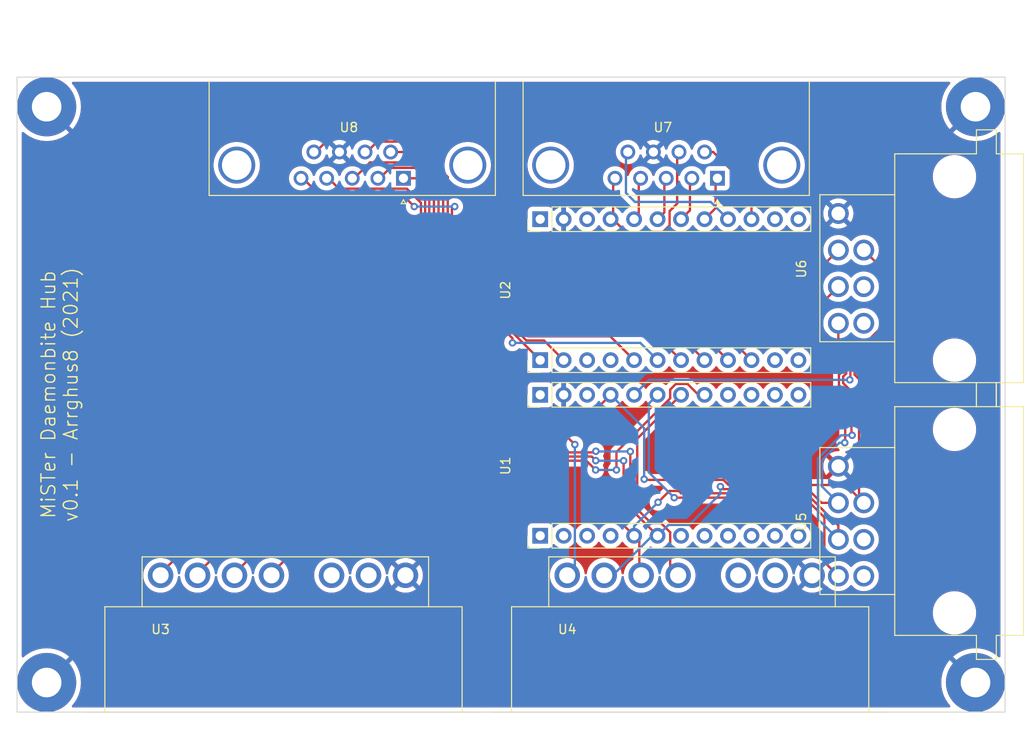
<source format=kicad_pcb>
(kicad_pcb (version 20210228) (generator pcbnew)
  (layers (0 "F.Cu" signal) (31 "B.Cu" signal) (34 "B.Paste" user) (35 "F.Paste" user) (36 "B.SilkS" user "B.Silkscreen") (37 "F.SilkS" user "F.Silkscreen") (38 "B.Mask" user) (39 "F.Mask" user) (44 "Edge.Cuts" user))
  (net 0 "")
  (net 17 "Net-(U2-Pad6)")
  (net 18 "Net-(U2-Pad5)")
  (net 25 "/SNES_D1")
  (net 26 "/SNES_D2")
  (net 27 "/NES_D1")
  (net 28 "/NES_D2")
  (net 29 "/(S)NES_VCC")
  (net 30 "/(S)NES_CLOCK")
  (net 31 "/(S)NES_LATCH")
  (net 36 "Net-(U2-Pad17)")
  (net 37 "Net-(U2-Pad20)")
  (net 38 "Net-(U2-Pad19)")
  (net 39 "Net-(U2-Pad15)")
  (net 41 "Net-(U2-Pad21)")
  (net 43 "Net-(U2-Pad18)")
  (net 44 "Net-(U2-Pad16)")
  (net 47 "Net-(U2-Pad10)")
  (net 48 "Net-(U2-Pad9)")
  (net 49 "Net-(U2-Pad8)")
  (net 50 "Net-(U2-Pad7)")
  (net 53 "Net-(U2-Pad2)")
  (net 54 "Net-(U2-Pad1)")
  (net 55 "GND")
  (footprint "daemonbite_controller_hub:SNES_port" (layer "F.Cu") (at 95.925 133.9)
    (fp_text reference "U3" (at 0 5.85) (layer "F.SilkS"))
    (fp_text value "SNES_port")
    (fp_line (start -6.025 3.4) (end -6.025 14.8) (layer "F.SilkS") (width 0.12))
    (fp_line (start -6.025 3.4) (end 32.625 3.4) (layer "F.SilkS") (width 0.12))
    (fp_line (start 29 -2) (end 29 3.4) (layer "F.SilkS") (width 0.12))
    (fp_line (start -2 3.4) (end -2 -2) (layer "F.SilkS") (width 0.12))
    (fp_line (start -8.075 14.8) (end 34.575 14.8) (layer "F.SilkS") (width 0.12))
    (fp_line (start 29 -2) (end -2 -2) (layer "F.SilkS") (width 0.12))
    (fp_line (start 32.625 14.8) (end 32.625 3.4) (layer "F.SilkS") (width 0.12))
    (pad "1" thru_hole circle (at 0 0) (size 2.75 2.75) (drill 1.75) (layers *.Cu *.Mask) (net 29 "/(S)NES_VCC"))
    (pad "2" thru_hole circle (at 4 0) (size 2.75 2.75) (drill 1.75) (layers *.Cu *.Mask) (net 30 "/(S)NES_CLOCK"))
    (pad "3" thru_hole circle (at 8 0) (size 2.75 2.75) (drill 1.75) (layers *.Cu *.Mask) (net 31 "/(S)NES_LATCH"))
    (pad "4" thru_hole circle (at 12 0) (size 2.75 2.75) (drill 1.75) (layers *.Cu *.Mask) (net 25 "/SNES_D1"))
    (pad "5" thru_hole circle (at 18.5 0) (size 2.75 2.75) (drill 1.75) (layers *.Cu *.Mask))
    (pad "6" thru_hole circle (at 22.5 0) (size 2.75 2.75) (drill 1.75) (layers *.Cu *.Mask))
    (pad "7" thru_hole circle (at 26.5 0) (size 2.75 2.75) (drill 1.75) (layers *.Cu *.Mask) (net 55 "GND"))
  )
  (footprint "daemonbite_controller_hub:NES_port" (layer "F.Cu") (at 169.26 94.75 -90)
    (fp_text reference "U6" (at 6 4 -90) (layer "F.SilkS"))
    (fp_text value "NES_port")
    (fp_line (start -6.45 -17.09) (end -6.45 -20.04) (layer "F.SilkS") (width 0.12))
    (fp_line (start -6.45 -20.04) (end 18.3 -20.04) (layer "F.SilkS") (width 0.12))
    (fp_line (start -6.45 -6.1) (end -6.45 -14.94) (layer "F.SilkS") (width 0.12))
    (fp_line (start 20.9 -14.94) (end 20.9 -17.09) (layer "F.SilkS") (width 0.12))
    (fp_line (start -6.45 -17.09) (end -9.05 -17.09) (layer "F.SilkS") (width 0.12))
    (fp_line (start -6.45 -6.1) (end 18.3 -6.1) (layer "F.SilkS") (width 0.12))
    (fp_line (start 18.3 -14.94) (end 20.9 -14.94) (layer "F.SilkS") (width 0.12))
    (fp_line (start 18.3 -17.09) (end 20.9 -17.09) (layer "F.SilkS") (width 0.12))
    (fp_line (start -2.025 -6.1) (end -2.025 2) (layer "F.SilkS") (width 0.12))
    (fp_line (start -6.45 -14.94) (end -9.05 -14.94) (layer "F.SilkS") (width 0.12))
    (fp_line (start -9.05 -17.09) (end -9.05 -14.94) (layer "F.SilkS") (width 0.12))
    (fp_line (start 18.3 -17.09) (end 18.3 -20.04) (layer "F.SilkS") (width 0.12))
    (fp_line (start 18.3 -6.1) (end 18.3 -14.94) (layer "F.SilkS") (width 0.12))
    (fp_line (start 13.875 -6.1) (end 13.875 2) (layer "F.SilkS") (width 0.12))
    (fp_line (start -2.025 2) (end 13.875 2) (layer "F.SilkS") (width 0.12))
    (pad "" np_thru_hole circle (at 15.865 -12.565 270) (size 3.683 3.683) (drill 3.683) (layers *.Cu *.Mask))
    (pad "" np_thru_hole circle (at -3.985 -12.565 270) (size 3.683 3.683) (drill 3.683) (layers *.Cu *.Mask))
    (pad "1" thru_hole circle (at 3.96 -2.75 270) (size 2.25 2.25) (drill 1.5) (layers *.Cu *.Mask) (net 29 "/(S)NES_VCC"))
    (pad "2" thru_hole circle (at 3.96 0 270) (size 2.25 2.25) (drill 1.5) (layers *.Cu *.Mask) (net 30 "/(S)NES_CLOCK"))
    (pad "3" thru_hole circle (at 7.92 0 270) (size 2.25 2.25) (drill 1.5) (layers *.Cu *.Mask) (net 31 "/(S)NES_LATCH"))
    (pad "4" thru_hole circle (at 11.88 0 270) (size 2.25 2.25) (drill 1.5) (layers *.Cu *.Mask) (net 28 "/NES_D2"))
    (pad "5" thru_hole circle (at 11.88 -2.75 270) (size 2.25 2.25) (drill 1.5) (layers *.Cu *.Mask))
    (pad "6" thru_hole circle (at 7.92 -2.75 270) (size 2.25 2.25) (drill 1.5) (layers *.Cu *.Mask))
    (pad "7" thru_hole circle (at 0 0 270) (size 2.25 2.25) (drill 1.5) (layers *.Cu *.Mask) (net 55 "GND"))
  )
  (footprint "daemonbite_controller_hub:NES_port" (layer "F.Cu") (at 169.26 122.1 -90)
    (fp_text reference "U5" (at 6 4 -90) (layer "F.SilkS"))
    (fp_text value "NES_port")
    (fp_line (start 20.9 -14.94) (end 20.9 -17.09) (layer "F.SilkS") (width 0.12))
    (fp_line (start 13.875 -6.1) (end 13.875 2) (layer "F.SilkS") (width 0.12))
    (fp_line (start -6.45 -14.94) (end -9.05 -14.94) (layer "F.SilkS") (width 0.12))
    (fp_line (start -6.45 -6.1) (end 18.3 -6.1) (layer "F.SilkS") (width 0.12))
    (fp_line (start -2.025 -6.1) (end -2.025 2) (layer "F.SilkS") (width 0.12))
    (fp_line (start -6.45 -6.1) (end -6.45 -14.94) (layer "F.SilkS") (width 0.12))
    (fp_line (start -6.45 -17.09) (end -9.05 -17.09) (layer "F.SilkS") (width 0.12))
    (fp_line (start 18.3 -17.09) (end 18.3 -20.04) (layer "F.SilkS") (width 0.12))
    (fp_line (start 18.3 -17.09) (end 20.9 -17.09) (layer "F.SilkS") (width 0.12))
    (fp_line (start -6.45 -20.04) (end 18.3 -20.04) (layer "F.SilkS") (width 0.12))
    (fp_line (start -6.45 -17.09) (end -6.45 -20.04) (layer "F.SilkS") (width 0.12))
    (fp_line (start -9.05 -17.09) (end -9.05 -14.94) (layer "F.SilkS") (width 0.12))
    (fp_line (start 18.3 -6.1) (end 18.3 -14.94) (layer "F.SilkS") (width 0.12))
    (fp_line (start -2.025 2) (end 13.875 2) (layer "F.SilkS") (width 0.12))
    (fp_line (start 18.3 -14.94) (end 20.9 -14.94) (layer "F.SilkS") (width 0.12))
    (pad "" np_thru_hole circle (at 15.865 -12.565 270) (size 3.683 3.683) (drill 3.683) (layers *.Cu *.Mask))
    (pad "" np_thru_hole circle (at -3.985 -12.565 270) (size 3.683 3.683) (drill 3.683) (layers *.Cu *.Mask))
    (pad "1" thru_hole circle (at 3.96 -2.75 270) (size 2.25 2.25) (drill 1.5) (layers *.Cu *.Mask) (net 29 "/(S)NES_VCC"))
    (pad "2" thru_hole circle (at 3.96 0 270) (size 2.25 2.25) (drill 1.5) (layers *.Cu *.Mask) (net 30 "/(S)NES_CLOCK"))
    (pad "3" thru_hole circle (at 7.92 0 270) (size 2.25 2.25) (drill 1.5) (layers *.Cu *.Mask) (net 31 "/(S)NES_LATCH"))
    (pad "4" thru_hole circle (at 11.88 0 270) (size 2.25 2.25) (drill 1.5) (layers *.Cu *.Mask) (net 27 "/NES_D1"))
    (pad "5" thru_hole circle (at 11.88 -2.75 270) (size 2.25 2.25) (drill 1.5) (layers *.Cu *.Mask))
    (pad "6" thru_hole circle (at 7.92 -2.75 270) (size 2.25 2.25) (drill 1.5) (layers *.Cu *.Mask))
    (pad "7" thru_hole circle (at 0 0 270) (size 2.25 2.25) (drill 1.5) (layers *.Cu *.Mask) (net 55 "GND"))
  )
  (footprint "daemonbite_controller_hub:ATmega32U4" (layer "F.Cu") (at 137 122 90)
    (fp_text reference "U1" (at -0.05 -3.75 90) (layer "F.SilkS"))
    (fp_text value "ATmega32u4")
    (fp_line (start 6.3 29.27) (end 8.96 29.27) (layer "F.SilkS") (width 0.12))
    (fp_line (start 6.3 1.27) (end 8.96 1.27) (layer "F.SilkS") (width 0.12))
    (fp_line (start -6.29 1.27) (end -6.29 29.27) (layer "F.SilkS") (width 0.12))
    (fp_line (start -8.95 29.27) (end -6.29 29.27) (layer "F.SilkS") (width 0.12))
    (fp_line (start -8.95 0) (end -8.95 -1.33) (layer "F.SilkS") (width 0.12))
    (fp_line (start -8.95 1.27) (end -6.29 1.27) (layer "F.SilkS") (width 0.12))
    (fp_line (start 6.3 0) (end 6.3 -1.33) (layer "F.SilkS") (width 0.12))
    (fp_line (start 6.3 -1.33) (end 7.63 -1.33) (layer "F.SilkS") (width 0.12))
    (fp_line (start -8.95 -1.33) (end -7.62 -1.33) (layer "F.SilkS") (width 0.12))
    (fp_line (start 6.3 1.27) (end 6.3 29.27) (layer "F.SilkS") (width 0.12))
    (fp_line (start -8.95 1.27) (end -8.95 29.27) (layer "F.SilkS") (width 0.12))
    (fp_line (start 8.96 1.27) (end 8.96 29.27) (layer "F.SilkS") (width 0.12))
    (pad "1" thru_hole rect (at -7.62 0 90) (size 1.7 1.7) (drill 1) (layers *.Cu *.Mask))
    (pad "2" thru_hole oval (at -7.62 2.54 90) (size 1.7 1.7) (drill 1) (layers *.Cu *.Mask))
    (pad "3" thru_hole oval (at -7.62 5.08 90) (size 1.7 1.7) (drill 1) (layers *.Cu *.Mask))
    (pad "4" thru_hole oval (at -7.62 7.62 90) (size 1.7 1.7) (drill 1) (layers *.Cu *.Mask))
    (pad "5" thru_hole oval (at -7.62 10.16 90) (size 1.7 1.7) (drill 1) (layers *.Cu *.Mask) (net 31 "/(S)NES_LATCH"))
    (pad "6" thru_hole oval (at -7.62 12.7 90) (size 1.7 1.7) (drill 1) (layers *.Cu *.Mask) (net 30 "/(S)NES_CLOCK"))
    (pad "7" thru_hole oval (at -7.62 15.24 90) (size 1.7 1.7) (drill 1) (layers *.Cu *.Mask))
    (pad "8" thru_hole oval (at -7.62 17.78 90) (size 1.7 1.7) (drill 1) (layers *.Cu *.Mask))
    (pad "9" thru_hole oval (at -7.62 20.32 90) (size 1.7 1.7) (drill 1) (layers *.Cu *.Mask))
    (pad "10" thru_hole oval (at -7.62 22.86 90) (size 1.7 1.7) (drill 1) (layers *.Cu *.Mask))
    (pad "11" thru_hole oval (at -7.62 25.4 90) (size 1.7 1.7) (drill 1) (layers *.Cu *.Mask))
    (pad "12" thru_hole oval (at -7.62 27.94 90) (size 1.7 1.7) (drill 1) (layers *.Cu *.Mask))
    (pad "13" thru_hole oval (at 7.63 27.94 90) (size 1.7 1.7) (drill 1) (layers *.Cu *.Mask))
    (pad "14" thru_hole oval (at 7.63 25.4 90) (size 1.7 1.7) (drill 1) (layers *.Cu *.Mask))
    (pad "15" thru_hole oval (at 7.63 22.86 90) (size 1.7 1.7) (drill 1) (layers *.Cu *.Mask))
    (pad "16" thru_hole oval (at 7.63 20.32 90) (size 1.7 1.7) (drill 1) (layers *.Cu *.Mask))
    (pad "17" thru_hole oval (at 7.63 17.78 90) (size 1.7 1.7) (drill 1) (layers *.Cu *.Mask) (net 25 "/SNES_D1"))
    (pad "18" thru_hole oval (at 7.63 15.24 90) (size 1.7 1.7) (drill 1) (layers *.Cu *.Mask) (net 26 "/SNES_D2"))
    (pad "19" thru_hole oval (at 7.63 12.7 90) (size 1.7 1.7) (drill 1) (layers *.Cu *.Mask) (net 27 "/NES_D1"))
    (pad "20" thru_hole oval (at 7.63 10.16 90) (size 1.7 1.7) (drill 1) (layers *.Cu *.Mask) (net 28 "/NES_D2"))
    (pad "21" thru_hole oval (at 7.63 7.62 90) (size 1.7 1.7) (drill 1) (layers *.Cu *.Mask) (net 29 "/(S)NES_VCC"))
    (pad "22" thru_hole oval (at 7.63 5.08 90) (size 1.7 1.7) (drill 1) (layers *.Cu *.Mask))
    (pad "23" thru_hole oval (at 7.63 2.54 90) (size 1.7 1.7) (drill 1) (layers *.Cu *.Mask) (net 55 "GND"))
    (pad "24" thru_hole rect (at 7.63 0 90) (size 1.7 1.7) (drill 1) (layers *.Cu *.Mask))
  )
  (footprint "daemonbite_controller_hub:ATmega32U4" (layer "F.Cu") (at 137 103 90)
    (fp_text reference "U2" (at -0.05 -3.75 90) (layer "F.SilkS"))
    (fp_text value "ATmega32u4")
    (fp_line (start 6.3 -1.33) (end 7.63 -1.33) (layer "F.SilkS") (width 0.12))
    (fp_line (start 6.3 1.27) (end 8.96 1.27) (layer "F.SilkS") (width 0.12))
    (fp_line (start 6.3 1.27) (end 6.3 29.27) (layer "F.SilkS") (width 0.12))
    (fp_line (start 6.3 0) (end 6.3 -1.33) (layer "F.SilkS") (width 0.12))
    (fp_line (start 8.96 1.27) (end 8.96 29.27) (layer "F.SilkS") (width 0.12))
    (fp_line (start -8.95 1.27) (end -8.95 29.27) (layer "F.SilkS") (width 0.12))
    (fp_line (start -6.29 1.27) (end -6.29 29.27) (layer "F.SilkS") (width 0.12))
    (fp_line (start 6.3 29.27) (end 8.96 29.27) (layer "F.SilkS") (width 0.12))
    (fp_line (start -8.95 -1.33) (end -7.62 -1.33) (layer "F.SilkS") (width 0.12))
    (fp_line (start -8.95 0) (end -8.95 -1.33) (layer "F.SilkS") (width 0.12))
    (fp_line (start -8.95 1.27) (end -6.29 1.27) (layer "F.SilkS") (width 0.12))
    (fp_line (start -8.95 29.27) (end -6.29 29.27) (layer "F.SilkS") (width 0.12))
    (pad "1" thru_hole rect (at -7.62 0 90) (size 1.7 1.7) (drill 1) (layers *.Cu *.Mask) (net 54 "Net-(U2-Pad1)"))
    (pad "2" thru_hole oval (at -7.62 2.54 90) (size 1.7 1.7) (drill 1) (layers *.Cu *.Mask) (net 53 "Net-(U2-Pad2)"))
    (pad "3" thru_hole oval (at -7.62 5.08 90) (size 1.7 1.7) (drill 1) (layers *.Cu *.Mask))
    (pad "4" thru_hole oval (at -7.62 7.62 90) (size 1.7 1.7) (drill 1) (layers *.Cu *.Mask))
    (pad "5" thru_hole oval (at -7.62 10.16 90) (size 1.7 1.7) (drill 1) (layers *.Cu *.Mask) (net 18 "Net-(U2-Pad5)"))
    (pad "6" thru_hole oval (at -7.62 12.7 90) (size 1.7 1.7) (drill 1) (layers *.Cu *.Mask) (net 17 "Net-(U2-Pad6)"))
    (pad "7" thru_hole oval (at -7.62 15.24 90) (size 1.7 1.7) (drill 1) (layers *.Cu *.Mask) (net 50 "Net-(U2-Pad7)"))
    (pad "8" thru_hole oval (at -7.62 17.78 90) (size 1.7 1.7) (drill 1) (layers *.Cu *.Mask) (net 49 "Net-(U2-Pad8)"))
    (pad "9" thru_hole oval (at -7.62 20.32 90) (size 1.7 1.7) (drill 1) (layers *.Cu *.Mask) (net 48 "Net-(U2-Pad9)"))
    (pad "10" thru_hole oval (at -7.62 22.86 90) (size 1.7 1.7) (drill 1) (layers *.Cu *.Mask) (net 47 "Net-(U2-Pad10)"))
    (pad "11" thru_hole oval (at -7.62 25.4 90) (size 1.7 1.7) (drill 1) (layers *.Cu *.Mask))
    (pad "12" thru_hole oval (at -7.62 27.94 90) (size 1.7 1.7) (drill 1) (layers *.Cu *.Mask))
    (pad "13" thru_hole oval (at 7.63 27.94 90) (size 1.7 1.7) (drill 1) (layers *.Cu *.Mask))
    (pad "14" thru_hole oval (at 7.63 25.4 90) (size 1.7 1.7) (drill 1) (layers *.Cu *.Mask))
    (pad "15" thru_hole oval (at 7.63 22.86 90) (size 1.7 1.7) (drill 1) (layers *.Cu *.Mask) (net 39 "Net-(U2-Pad15)"))
    (pad "16" thru_hole oval (at 7.63 20.32 90) (size 1.7 1.7) (drill 1) (layers *.Cu *.Mask) (net 44 "Net-(U2-Pad16)"))
    (pad "17" thru_hole oval (at 7.63 17.78 90) (size 1.7 1.7) (drill 1) (layers *.Cu *.Mask) (net 36 "Net-(U2-Pad17)"))
    (pad "18" thru_hole oval (at 7.63 15.24 90) (size 1.7 1.7) (drill 1) (layers *.Cu *.Mask) (net 43 "Net-(U2-Pad18)"))
    (pad "19" thru_hole oval (at 7.63 12.7 90) (size 1.7 1.7) (drill 1) (layers *.Cu *.Mask) (net 38 "Net-(U2-Pad19)"))
    (pad "20" thru_hole oval (at 7.63 10.16 90) (size 1.7 1.7) (drill 1) (layers *.Cu *.Mask) (net 37 "Net-(U2-Pad20)"))
    (pad "21" thru_hole oval (at 7.63 7.62 90) (size 1.7 1.7) (drill 1) (layers *.Cu *.Mask) (net 41 "Net-(U2-Pad21)"))
    (pad "22" thru_hole oval (at 7.63 5.08 90) (size 1.7 1.7) (drill 1) (layers *.Cu *.Mask))
    (pad "23" thru_hole oval (at 7.63 2.54 90) (size 1.7 1.7) (drill 1) (layers *.Cu *.Mask) (net 55 "GND"))
    (pad "24" thru_hole rect (at 7.63 0 90) (size 1.7 1.7) (drill 1) (layers *.Cu *.Mask))
  )
  (footprint "daemonbite_controller_hub:DSUB-9_Male_Horizontal_P2.77x2.84mm_EdgePinOffset7.70mm_Housed_MountingHolesOffset9.12mm" (layer "F.Cu") (at 122.205 90.94 180)
    (fp_text reference "U8" (at 5.9 5.5 180) (layer "F.SilkS"))
    (fp_text value "MD_port")
    (fp_line (start -9.945 -1.86) (end 21.025 -1.86) (layer "F.SilkS") (width 0.12))
    (fp_line (start 0 -2.321325) (end -0.25 -2.754338) (layer "F.SilkS") (width 0.12))
    (fp_line (start 21.025 -1.86) (end 21.025 10.48) (layer "F.SilkS") (width 0.12))
    (fp_line (start -0.25 -2.754338) (end 0.25 -2.754338) (layer "F.SilkS") (width 0.12))
    (fp_line (start -9.945 10.48) (end -9.945 -1.86) (layer "F.SilkS") (width 0.12))
    (fp_line (start 0.25 -2.754338) (end 0 -2.321325) (layer "F.SilkS") (width 0.12))
    (pad "0" thru_hole circle (at 18.04 1.42 180) (size 4 4) (drill 3.2) (layers *.Cu *.Mask))
    (pad "0" thru_hole circle (at -6.96 1.42 180) (size 4 4) (drill 3.2) (layers *.Cu *.Mask))
    (pad "1" thru_hole rect (at 0 0 180) (size 1.6 1.6) (drill 1) (layers *.Cu *.Mask) (net 54 "Net-(U2-Pad1)"))
    (pad "2" thru_hole circle (at 2.77 0 180) (size 1.6 1.6) (drill 1) (layers *.Cu *.Mask) (net 53 "Net-(U2-Pad2)"))
    (pad "3" thru_hole circle (at 5.54 0 180) (size 1.6 1.6) (drill 1) (layers *.Cu *.Mask) (net 18 "Net-(U2-Pad5)"))
    (pad "4" thru_hole circle (at 8.31 0 180) (size 1.6 1.6) (drill 1) (layers *.Cu *.Mask) (net 17 "Net-(U2-Pad6)"))
    (pad "5" thru_hole circle (at 11.08 0 180) (size 1.6 1.6) (drill 1) (layers *.Cu *.Mask) (net 41 "Net-(U2-Pad21)"))
    (pad "6" thru_hole circle (at 1.385 2.84 180) (size 1.6 1.6) (drill 1) (layers *.Cu *.Mask) (net 50 "Net-(U2-Pad7)"))
    (pad "7" thru_hole circle (at 4.155 2.84 180) (size 1.6 1.6) (drill 1) (layers *.Cu *.Mask) (net 49 "Net-(U2-Pad8)"))
    (pad "8" thru_hole circle (at 6.925 2.84 180) (size 1.6 1.6) (drill 1) (layers *.Cu *.Mask) (net 55 "GND"))
    (pad "9" thru_hole circle (at 9.695 2.84 180) (size 1.6 1.6) (drill 1) (layers *.Cu *.Mask) (net 48 "Net-(U2-Pad9)"))
  )
  (footprint "daemonbite_controller_hub:DSUB-9_Male_Horizontal_P2.77x2.84mm_EdgePinOffset7.70mm_Housed_MountingHolesOffset9.12mm" (layer "F.Cu") (at 156.175 90.94 180)
    (fp_text reference "U7" (at 5.9 5.5 180) (layer "F.SilkS"))
    (fp_text value "MD_port")
    (fp_line (start 0.25 -2.754338) (end 0 -2.321325) (layer "F.SilkS") (width 0.12))
    (fp_line (start 0 -2.321325) (end -0.25 -2.754338) (layer "F.SilkS") (width 0.12))
    (fp_line (start -0.25 -2.754338) (end 0.25 -2.754338) (layer "F.SilkS") (width 0.12))
    (fp_line (start -9.945 10.48) (end -9.945 -1.86) (layer "F.SilkS") (width 0.12))
    (fp_line (start -9.945 -1.86) (end 21.025 -1.86) (layer "F.SilkS") (width 0.12))
    (fp_line (start 21.025 -1.86) (end 21.025 10.48) (layer "F.SilkS") (width 0.12))
    (pad "0" thru_hole circle (at -6.96 1.42 180) (size 4 4) (drill 3.2) (layers *.Cu *.Mask))
    (pad "0" thru_hole circle (at 18.04 1.42 180) (size 4 4) (drill 3.2) (layers *.Cu *.Mask))
    (pad "1" thru_hole rect (at 0 0 180) (size 1.6 1.6) (drill 1) (layers *.Cu *.Mask) (net 36 "Net-(U2-Pad17)"))
    (pad "2" thru_hole circle (at 2.77 0 180) (size 1.6 1.6) (drill 1) (layers *.Cu *.Mask) (net 43 "Net-(U2-Pad18)"))
    (pad "3" thru_hole circle (at 5.54 0 180) (size 1.6 1.6) (drill 1) (layers *.Cu *.Mask) (net 38 "Net-(U2-Pad19)"))
    (pad "4" thru_hole circle (at 8.31 0 180) (size 1.6 1.6) (drill 1) (layers *.Cu *.Mask) (net 37 "Net-(U2-Pad20)"))
    (pad "5" thru_hole circle (at 11.08 0 180) (size 1.6 1.6) (drill 1) (layers *.Cu *.Mask) (net 41 "Net-(U2-Pad21)"))
    (pad "6" thru_hole circle (at 1.385 2.84 180) (size 1.6 1.6) (drill 1) (layers *.Cu *.Mask) (net 39 "Net-(U2-Pad15)"))
    (pad "7" thru_hole circle (at 4.155 2.84 180) (size 1.6 1.6) (drill 1) (layers *.Cu *.Mask) (net 47 "Net-(U2-Pad10)"))
    (pad "8" thru_hole circle (at 6.925 2.84 180) (size 1.6 1.6) (drill 1) (layers *.Cu *.Mask) (net 55 "GND"))
    (pad "9" thru_hole circle (at 9.695 2.84 180) (size 1.6 1.6) (drill 1) (layers *.Cu *.Mask) (net 44 "Net-(U2-Pad16)"))
  )
  (footprint "MountingHole:MountingHole_3.2mm_M3_Pad" (layer "F.Cu") (at 184.1 145.5)
    (fp_text reference "J1" hide)
    (fp_text value "Conn_01x01")
    (pad "1" thru_hole circle (at 0 0) (size 6.4 6.4) (drill 3.2) (layers *.Cu *.Mask) (net 55 "GND"))
  )
  (footprint "MountingHole:MountingHole_3.2mm_M3_Pad" (layer "F.Cu") (at 83.6 145.5)
    (fp_text reference "J2" hide)
    (fp_text value "Conn_01x01")
    (pad "1" thru_hole circle (at 0 0) (size 6.4 6.4) (drill 3.2) (layers *.Cu *.Mask) (net 55 "GND"))
  )
  (footprint "MountingHole:MountingHole_3.2mm_M3_Pad" (layer "F.Cu") (at 184.1 83.2)
    (fp_text reference "J3" hide)
    (fp_text value "Conn_01x01")
    (pad "1" thru_hole circle (at 0 0) (size 6.4 6.4) (drill 3.2) (layers *.Cu *.Mask) (net 55 "GND"))
  )
  (footprint "MountingHole:MountingHole_3.2mm_M3_Pad" (layer "F.Cu") (at 83.6 83.2 -90)
    (fp_text reference "J4" hide)
    (fp_text value "Conn_01x01")
    (pad "1" thru_hole circle (at 0 0 270) (size 6.4 6.4) (drill 3.2) (layers *.Cu *.Mask) (net 55 "GND"))
  )
  (footprint "daemonbite_controller_hub:SNES_port" (layer "F.Cu") (at 139.925 133.9)
    (fp_text reference "U4" (at 0 5.85) (layer "F.SilkS"))
    (fp_text value "SNES_port")
    (fp_line (start 29 -2) (end -2 -2) (layer "F.SilkS") (width 0.12))
    (fp_line (start 29 -2) (end 29 3.4) (layer "F.SilkS") (width 0.12))
    (fp_line (start -2 3.4) (end -2 -2) (layer "F.SilkS") (width 0.12))
    (fp_line (start -6.025 3.4) (end 32.625 3.4) (layer "F.SilkS") (width 0.12))
    (fp_line (start 32.625 14.8) (end 32.625 3.4) (layer "F.SilkS") (width 0.12))
    (fp_line (start -8.075 14.8) (end 34.575 14.8) (layer "F.SilkS") (width 0.12))
    (fp_line (start -6.025 3.4) (end -6.025 14.8) (layer "F.SilkS") (width 0.12))
    (pad "1" thru_hole circle (at 0 0) (size 2.75 2.75) (drill 1.75) (layers *.Cu *.Mask) (net 29 "/(S)NES_VCC"))
    (pad "2" thru_hole circle (at 4 0) (size 2.75 2.75) (drill 1.75) (layers *.Cu *.Mask) (net 30 "/(S)NES_CLOCK"))
    (pad "3" thru_hole circle (at 8 0) (size 2.75 2.75) (drill 1.75) (layers *.Cu *.Mask) (net 31 "/(S)NES_LATCH"))
    (pad "4" thru_hole circle (at 12 0) (size 2.75 2.75) (drill 1.75) (layers *.Cu *.Mask) (net 26 "/SNES_D2"))
    (pad "5" thru_hole circle (at 18.5 0) (size 2.75 2.75) (drill 1.75) (layers *.Cu *.Mask))
    (pad "6" thru_hole circle (at 22.5 0) (size 2.75 2.75) (drill 1.75) (layers *.Cu *.Mask))
    (pad "7" thru_hole circle (at 26.5 0) (size 2.75 2.75) (drill 1.75) (layers *.Cu *.Mask) (net 55 "GND"))
  )
  (gr_line (start 187.3 148.7) (end 187.3 80) (layer "Edge.Cuts") (width 0.1))
  (gr_line (start 80.4 148.7) (end 187.3 148.7) (layer "Edge.Cuts") (width 0.1))
  (gr_line (start 187.3 80) (end 80.4 80) (layer "Edge.Cuts") (width 0.1))
  (gr_line (start 80.4 148.7) (end 80.4 80) (layer "Edge.Cuts") (width 0.1))
  (gr_text "MiSTer Daemonbite Hub\nv0.1 - Arrghus8 (2021)" (at 85 114.35 90) (layer "F.SilkS") (effects (font (size 1.5 1.5))))
  (segment (start 122.565001 92.065001) (end 124.09998 93.59998) (width 0.25) (layer "F.Cu") (net 17))
  (segment (start 134 108.25641) (end 134 108.75) (width 0.25) (layer "F.Cu") (net 17))
  (segment (start 124.099981 98.356391) (end 134 108.25641) (width 0.25) (layer "F.Cu") (net 17))
  (segment (start 124.09998 93.59998) (end 124.099981 98.356391) (width 0.25) (layer "F.Cu") (net 17))
  (segment (start 114.095 90.94) (end 115.220001 92.065001) (width 0.25) (layer "F.Cu") (net 17))
  (segment (start 115.220001 92.065001) (end 122.565001 92.065001) (width 0.25) (layer "F.Cu") (net 17))
  (via (at 134 108.75) (size 0.8) (drill 0.4) (layers "F.Cu" "B.Cu") (net 17))
  (segment (start 147.83 108.75) (end 149.7 110.62) (width 0.25) (layer "B.Cu") (net 17))
  (segment (start 134 108.75) (end 147.83 108.75) (width 0.25) (layer "B.Cu") (net 17))
  (segment (start 118.579999 89.225001) (end 123.511413 89.225001) (width 0.25) (layer "F.Cu") (net 18))
  (segment (start 116.865 90.94) (end 118.579999 89.225001) (width 0.25) (layer "F.Cu") (net 18))
  (segment (start 123.511413 89.225001) (end 125.5 91.213588) (width 0.25) (layer "F.Cu") (net 18))
  (segment (start 125.5 91.213588) (end 125.5 97.84718) (width 0.25) (layer "F.Cu") (net 18))
  (segment (start 135.694605 108.041785) (end 144.581785 108.041785) (width 0.25) (layer "F.Cu") (net 18))
  (segment (start 125.5 97.84718) (end 135.694605 108.041785) (width 0.25) (layer "F.Cu") (net 18))
  (segment (start 144.581785 108.041785) (end 147.16 110.62) (width 0.25) (layer "F.Cu") (net 18))
  (segment (start 123.72718 121.5) (end 142 121.5) (width 0.25) (layer "F.Cu") (net 25))
  (segment (start 109.375 132.25) (end 112.97718 132.25) (width 0.25) (layer "F.Cu") (net 25))
  (segment (start 107.725 133.9) (end 109.375 132.25) (width 0.25) (layer "F.Cu") (net 25))
  (segment (start 151.064999 114.744003) (end 151.064999 113.805999) (width 0.25) (layer "F.Cu") (net 25))
  (segment (start 151.675999 113.194999) (end 152.944999 113.194999) (width 0.25) (layer "F.Cu") (net 25))
  (segment (start 151.064999 113.805999) (end 151.675999 113.194999) (width 0.25) (layer "F.Cu") (net 25))
  (segment (start 152.944999 113.194999) (end 154.12 114.37) (width 0.25) (layer "F.Cu") (net 25))
  (segment (start 154.12 114.37) (end 154.78 114.37) (width 0.25) (layer "F.Cu") (net 25))
  (segment (start 142 121.5) (end 143 122.5) (width 0.25) (layer "F.Cu") (net 25))
  (segment (start 112.97718 132.25) (end 123.72718 121.5) (width 0.25) (layer "F.Cu") (net 25))
  (segment (start 145.25 122.5) (end 145.25 120.559002) (width 0.25) (layer "F.Cu") (net 25))
  (segment (start 145.25 120.559002) (end 151.064999 114.744003) (width 0.25) (layer "F.Cu") (net 25))
  (via (at 145.25 122.5) (size 0.8) (drill 0.4) (layers "F.Cu" "B.Cu") (net 25))
  (via (at 143 122.5) (size 0.8) (drill 0.4) (layers "F.Cu" "B.Cu") (net 25))
  (segment (start 145.25 122.5) (end 143 122.5) (width 0.25) (layer "B.Cu") (net 25))
  (segment (start 151.064999 129.245997) (end 150.069002 128.25) (width 0.25) (layer "F.Cu") (net 26))
  (segment (start 147.5 126.75) (end 147.5 119.11) (width 0.25) (layer "F.Cu") (net 26))
  (segment (start 147.5 119.11) (end 152.24 114.37) (width 0.25) (layer "F.Cu") (net 26))
  (segment (start 151.064999 133.239999) (end 151.064999 129.245997) (width 0.25) (layer "F.Cu") (net 26))
  (segment (start 151.725 133.9) (end 151.064999 133.239999) (width 0.25) (layer "F.Cu") (net 26))
  (segment (start 149 128.25) (end 147.5 126.75) (width 0.25) (layer "F.Cu") (net 26))
  (segment (start 150.069002 128.25) (end 149 128.25) (width 0.25) (layer "F.Cu") (net 26))
  (segment (start 169.26 133.98) (end 167.75 132.47) (width 0.25) (layer "F.Cu") (net 27))
  (segment (start 167.75 127.63641) (end 165.61359 125.5) (width 0.25) (layer "F.Cu") (net 27))
  (segment (start 165.61359 125.5) (end 151.5 125.5) (width 0.25) (layer "F.Cu") (net 27))
  (segment (start 167.75 132.47) (end 167.75 127.63641) (width 0.25) (layer "F.Cu") (net 27))
  (via (at 151.5 125.5) (size 0.8) (drill 0.4) (layers "F.Cu" "B.Cu") (net 27))
  (segment (start 149.7 114.37) (end 148.75 115.32) (width 0.25) (layer "B.Cu") (net 27))
  (segment (start 148.75 115.32) (end 148.75 122.75) (width 0.25) (layer "B.Cu") (net 27))
  (segment (start 148.75 122.75) (end 151.5 125.5) (width 0.25) (layer "B.Cu") (net 27))
  (segment (start 170.563599 109.563599) (end 170.563599 112.686401) (width 0.25) (layer "F.Cu") (net 28))
  (segment (start 169.26 106.63) (end 169.26 108.26) (width 0.25) (layer "F.Cu") (net 28))
  (segment (start 170.563599 112.686401) (end 170.5 112.75) (width 0.25) (layer "F.Cu") (net 28))
  (segment (start 170.25 109.25) (end 170.563599 109.563599) (width 0.25) (layer "F.Cu") (net 28))
  (segment (start 169.26 108.26) (end 170.25 109.25) (width 0.25) (layer "F.Cu") (net 28))
  (via (at 170.5 112.75) (size 0.8) (drill 0.4) (layers "F.Cu" "B.Cu") (net 28))
  (segment (start 170.5 112.75) (end 148.78 112.75) (width 0.25) (layer "B.Cu") (net 28))
  (segment (start 148.78 112.75) (end 147.16 114.37) (width 0.25) (layer "B.Cu") (net 28))
  (segment (start 174 100.7) (end 174 106.971002) (width 0.25) (layer "F.Cu") (net 29))
  (segment (start 171.5 112.676998) (end 171.5 125.55) (width 0.25) (layer "F.Cu") (net 29))
  (segment (start 138.99 120) (end 143.255001 115.734999) (width 0.25) (layer "F.Cu") (net 29))
  (segment (start 139.995 118.995) (end 138.99 120) (width 0.25) (layer "F.Cu") (net 29))
  (segment (start 143.255001 115.734999) (end 144.62 114.37) (width 0.25) (layer "F.Cu") (net 29))
  (segment (start 172.01 98.71) (end 174 100.7) (width 0.25) (layer "F.Cu") (net 29))
  (segment (start 171.013609 112.190607) (end 171.5 112.676998) (width 0.25) (layer "F.Cu") (net 29))
  (segment (start 123.25 120) (end 138.99 120) (width 0.25) (layer "F.Cu") (net 29))
  (segment (start 174 106.971002) (end 171.013609 109.957393) (width 0.25) (layer "F.Cu") (net 29))
  (segment (start 95.725 133.9) (end 98.875 130.75) (width 0.25) (layer "F.Cu") (net 29))
  (segment (start 148.324998 123.574998) (end 148.25 123.5) (width 0.25) (layer "F.Cu") (net 29))
  (segment (start 171.5 125.55) (end 172.01 126.06) (width 0.25) (layer "F.Cu") (net 29))
  (segment (start 156.824998 123.574998) (end 148.324998 123.574998) (width 0.25) (layer "F.Cu") (net 29))
  (segment (start 171.013609 109.957393) (end 171.013609 112.190607) (width 0.25) (layer "F.Cu") (net 29))
  (segment (start 170.074979 124.124979) (end 157.374979 124.124979) (width 0.25) (layer "F.Cu") (net 29))
  (segment (start 157.374979 124.124979) (end 156.824998 123.574998) (width 0.25) (layer "F.Cu") (net 29))
  (segment (start 140.75 119.75) (end 139.995 118.995) (width 0.25) (layer "F.Cu") (net 29))
  (segment (start 98.875 130.75) (end 112.5 130.75) (width 0.25) (layer "F.Cu") (net 29))
  (segment (start 172.01 126.06) (end 170.074979 124.124979) (width 0.25) (layer "F.Cu") (net 29))
  (segment (start 112.5 130.75) (end 123.25 120) (width 0.25) (layer "F.Cu") (net 29))
  (via (at 140.75 119.75) (size 0.8) (drill 0.4) (layers "F.Cu" "B.Cu") (net 29))
  (via (at 148.25 123.5) (size 0.8) (drill 0.4) (layers "F.Cu" "B.Cu") (net 29))
  (segment (start 148.25 123.5) (end 148.25 118) (width 0.25) (layer "B.Cu") (net 29))
  (segment (start 148.25 118) (end 144.62 114.37) (width 0.25) (layer "B.Cu") (net 29))
  (segment (start 139.725 133.9) (end 140.75 132.875) (width 0.25) (layer "B.Cu") (net 29))
  (segment (start 140.75 132.875) (end 140.75 119.75) (width 0.25) (layer "B.Cu") (net 29))
  (segment (start 142.899389 120.599978) (end 143.024839 120.474528) (width 0.25) (layer "F.Cu") (net 30))
  (segment (start 167 107.5) (end 169.66358 110.16358) (width 0.25) (layer "F.Cu") (net 30))
  (segment (start 156.77499 124.574989) (end 156.5 124.299999) (width 0.25) (layer "F.Cu") (net 30))
  (segment (start 170 114) (end 170 119.503313) (width 0.25) (layer "F.Cu") (net 30))
  (segment (start 169.66358 111.877008) (end 169.324989 112.215599) (width 0.25) (layer "F.Cu") (net 30))
  (segment (start 165.961399 124.574989) (end 156.77499 124.574989) (width 0.25) (layer "F.Cu") (net 30))
  (segment (start 169.324989 113.324989) (end 170 114) (width 0.25) (layer "F.Cu") (net 30))
  (segment (start 146.75 120.5) (end 146.75 126.67) (width 0.25) (layer "F.Cu") (net 30))
  (segment (start 169.324989 112.215599) (end 169.324989 113.324989) (width 0.25) (layer "F.Cu") (net 30))
  (segment (start 169.66358 110.16358) (end 169.66358 111.877008) (width 0.25) (layer "F.Cu") (net 30))
  (segment (start 166.318205 124.931795) (end 165.961399 124.574989) (width 0.25) (layer "F.Cu") (net 30))
  (segment (start 167 100.97) (end 167 107.5) (width 0.25) (layer "F.Cu") (net 30))
  (segment (start 169.26 126.06) (end 167.44641 126.06) (width 0.25) (layer "F.Cu") (net 30))
  (segment (start 167.44641 126.06) (end 166.318205 124.931795) (width 0.25) (layer "F.Cu") (net 30))
  (segment (start 146.75 126.67) (end 149.7 129.62) (width 0.25) (layer "F.Cu") (net 30))
  (segment (start 102.375 131.25) (end 112.704358 131.25) (width 0.25) (layer "F.Cu") (net 30))
  (segment (start 99.725 133.9) (end 102.375 131.25) (width 0.25) (layer "F.Cu") (net 30))
  (segment (start 169.26 98.71) (end 167 100.97) (width 0.25) (layer "F.Cu") (net 30))
  (segment (start 170 119.503313) (end 169.951998 119.551315) (width 0.25) (layer "F.Cu") (net 30))
  (segment (start 112.704358 131.25) (end 123.35438 120.599978) (width 0.25) (layer "F.Cu") (net 30))
  (segment (start 123.35438 120.599978) (end 142.899389 120.599978) (width 0.25) (layer "F.Cu") (net 30))
  (via (at 143.024839 120.474528) (size 0.8) (drill 0.4) (layers "F.Cu" "B.Cu") (net 30))
  (via (at 156.5 124.299999) (size 0.8) (drill 0.4) (layers "F.Cu" "B.Cu") (net 30))
  (via (at 169.951998 119.551315) (size 0.8) (drill 0.4) (layers "F.Cu" "B.Cu") (net 30))
  (via (at 146.75 120.5) (size 0.8) (drill 0.4) (layers "F.Cu" "B.Cu") (net 30))
  (segment (start 167.5 121.434999) (end 167.5 124.3) (width 0.25) (layer "B.Cu") (net 30))
  (segment (start 169.951998 119.551315) (end 169.383684 119.551315) (width 0.25) (layer "B.Cu") (net 30))
  (segment (start 143.725 133.9) (end 144.85 133.9) (width 0.25) (layer "B.Cu") (net 30))
  (segment (start 167.5 124.3) (end 169.26 126.06) (width 0.25) (layer "B.Cu") (net 30))
  (segment (start 156.5 124.299999) (end 156.5 125.073002) (width 0.25) (layer "B.Cu") (net 30))
  (segment (start 146.75 120.5) (end 143.050311 120.5) (width 0.25) (layer "B.Cu") (net 30))
  (segment (start 156.5 125.073002) (end 153.128003 128.444999) (width 0.25) (layer "B.Cu") (net 30))
  (segment (start 150.875001 128.444999) (end 149.7 129.62) (width 0.25) (layer "B.Cu") (net 30))
  (segment (start 144.85 133.9) (end 149.13 129.62) (width 0.25) (layer "B.Cu") (net 30))
  (segment (start 169.383684 119.551315) (end 167.5 121.434999) (width 0.25) (layer "B.Cu") (net 30))
  (segment (start 143.050311 120.5) (end 143.024839 120.474528) (width 0.25) (layer "B.Cu") (net 30))
  (segment (start 153.128003 128.444999) (end 150.875001 128.444999) (width 0.25) (layer "B.Cu") (net 30))
  (segment (start 149.13 129.62) (end 149.7 129.62) (width 0.25) (layer "B.Cu") (net 30))
  (segment (start 170.676998 118.676998) (end 170.75 118.75) (width 0.25) (layer "F.Cu") (net 31))
  (segment (start 142.575309 121.049989) (end 143.01266 121.48734) (width 0.25) (layer "F.Cu") (net 31))
  (segment (start 170.11359 112.063408) (end 169.774999 112.401999) (width 0.25) (layer "F.Cu") (net 31))
  (segment (start 152 124.774998) (end 150.975006 124.774998) (width 0.25) (layer "F.Cu") (net 31))
  (segment (start 169.26 102.67) (end 167.5 104.43) (width 0.25) (layer "F.Cu") (net 31))
  (segment (start 103.725 133.9) (end 105.875 131.75) (width 0.25) (layer "F.Cu") (net 31))
  (segment (start 150.975006 124.774998) (end 149.75 126.000004) (width 0.25) (layer "F.Cu") (net 31))
  (segment (start 112.840769 131.75) (end 123.54078 121.049989) (width 0.25) (layer "F.Cu") (net 31))
  (segment (start 147.725 133.9) (end 147.725 130.185) (width 0.25) (layer "F.Cu") (net 31))
  (segment (start 169.26 130.02) (end 169.26 128.51) (width 0.25) (layer "F.Cu") (net 31))
  (segment (start 170.676998 114) (end 170.676998 118.676998) (width 0.25) (layer "F.Cu") (net 31))
  (segment (start 146.025 128.485) (end 147.16 129.62) (width 0.25) (layer "F.Cu") (net 31))
  (segment (start 167.5 104.43) (end 167.5 107.318205) (width 0.25) (layer "F.Cu") (net 31))
  (segment (start 147.725 130.185) (end 147.16 129.62) (width 0.25) (layer "F.Cu") (net 31))
  (segment (start 167.5 107.318205) (end 170.11359 109.931795) (width 0.25) (layer "F.Cu") (net 31))
  (segment (start 165.774999 125.024999) (end 152.250001 125.024999) (width 0.25) (layer "F.Cu") (net 31))
  (segment (start 169.774999 113.098001) (end 170.676998 114) (width 0.25) (layer "F.Cu") (net 31))
  (segment (start 169.774999 112.401999) (end 169.774999 113.098001) (width 0.25) (layer "F.Cu") (net 31))
  (segment (start 170.11359 109.931795) (end 170.11359 112.063408) (width 0.25) (layer "F.Cu") (net 31))
  (segment (start 152.250001 125.024999) (end 152 124.774998) (width 0.25) (layer "F.Cu") (net 31))
  (segment (start 146.025 121.5) (end 146.025 128.485) (width 0.25) (layer "F.Cu") (net 31))
  (segment (start 105.875 131.75) (end 112.840769 131.75) (width 0.25) (layer "F.Cu") (net 31))
  (segment (start 169.26 128.51) (end 165.774999 125.024999) (width 0.25) (layer "F.Cu") (net 31))
  (segment (start 123.54078 121.049989) (end 142.575309 121.049989) (width 0.25) (layer "F.Cu") (net 31))
  (via (at 146.025 121.5) (size 0.8) (drill 0.4) (layers "F.Cu" "B.Cu") (net 31))
  (via (at 149.75 126.000004) (size 0.8) (drill 0.4) (layers "F.Cu" "B.Cu") (net 31))
  (via (at 170.75 118.75) (size 0.8) (drill 0.4) (layers "F.Cu" "B.Cu") (net 31))
  (via (at 143.01266 121.48734) (size 0.8) (drill 0.4) (layers "F.Cu" "B.Cu") (net 31))
  (segment (start 143.02532 121.5) (end 143.01266 121.48734) (width 0.25) (layer "B.Cu") (net 31))
  (segment (start 170.75 118.75) (end 169.548589 118.75) (width 0.25) (layer "B.Cu") (net 31))
  (segment (start 147.16 128.59) (end 149.749996 126.000004) (width 0.25) (layer "B.Cu") (net 31))
  (segment (start 167.04999 121.248599) (end 167.04999 127.80999) (width 0.25) (layer "B.Cu") (net 31))
  (segment (start 147.16 129.62) (end 147.16 128.59) (width 0.25) (layer "B.Cu") (net 31))
  (segment (start 149.749996 126.000004) (end 149.75 126.000004) (width 0.25) (layer "B.Cu") (net 31))
  (segment (start 146.025 121.5) (end 143.02532 121.5) (width 0.25) (layer "B.Cu") (net 31))
  (segment (start 169.548589 118.75) (end 167.04999 121.248599) (width 0.25) (layer "B.Cu") (net 31))
  (segment (start 167.04999 127.80999) (end 169.26 130.02) (width 0.25) (layer "B.Cu") (net 31))
  (segment (start 155.975 94.175) (end 154.78 95.37) (width 0.25) (layer "F.Cu") (net 36))
  (segment (start 155.975 90.94) (end 155.975 94.175) (width 0.25) (layer "F.Cu") (net 36))
  (segment (start 147.665 94.865) (end 147.16 95.37) (width 0.25) (layer "F.Cu") (net 37))
  (segment (start 147.665 90.94) (end 147.665 94.865) (width 0.25) (layer "F.Cu") (net 37))
  (segment (start 150.435 90.94) (end 150.435 94.635) (width 0.25) (layer "F.Cu") (net 38))
  (segment (start 150.435 94.635) (end 149.7 95.37) (width 0.25) (layer "F.Cu") (net 38))
  (segment (start 155.72137 88.1) (end 159.86 92.23863) (width 0.25) (layer "F.Cu") (net 39))
  (segment (start 159.86 92.23863) (end 159.86 95.37) (width 0.25) (layer "F.Cu") (net 39))
  (segment (start 154.59 88.1) (end 155.72137 88.1) (width 0.25) (layer "F.Cu") (net 39))
  (segment (start 147.5 98) (end 144.87 95.37) (width 0.25) (layer "F.Cu") (net 41))
  (segment (start 144.87 95.37) (end 144.62 95.37) (width 0.25) (layer "F.Cu") (net 41))
  (segment (start 144.895 95.095) (end 144.62 95.37) (width 0.25) (layer "F.Cu") (net 41))
  (segment (start 127.45001 97.25155) (end 136.34843 106.14997) (width 0.25) (layer "F.Cu") (net 41))
  (segment (start 127.5 94) (end 127.45001 94.04999) (width 0.25) (layer "F.Cu") (net 41))
  (segment (start 147.5 105.75) (end 147.5 98) (width 0.25) (layer "F.Cu") (net 41))
  (segment (start 112.900011 92.515011) (end 121.889991 92.515011) (width 0.25) (layer "F.Cu") (net 41))
  (segment (start 121.889991 92.515011) (end 123.37498 94) (width 0.25) (layer "F.Cu") (net 41))
  (segment (start 111.325 90.94) (end 112.900011 92.515011) (width 0.25) (layer "F.Cu") (net 41))
  (segment (start 127.75 94) (end 127.5 94) (width 0.25) (layer "F.Cu") (net 41))
  (segment (start 127.45001 94.04999) (end 127.45001 97.25155) (width 0.25) (layer "F.Cu") (net 41))
  (segment (start 147.10003 106.14997) (end 147.5 105.75) (width 0.25) (layer "F.Cu") (net 41))
  (segment (start 136.34843 106.14997) (end 147.10003 106.14997) (width 0.25) (layer "F.Cu") (net 41))
  (segment (start 144.895 90.94) (end 144.895 95.095) (width 0.25) (layer "F.Cu") (net 41))
  (via (at 123.37498 94) (size 0.8) (drill 0.4) (layers "F.Cu" "B.Cu") (net 41))
  (via (at 127.75 94) (size 0.8) (drill 0.4) (layers "F.Cu" "B.Cu") (net 41))
  (segment (start 123.37498 94) (end 127.75 94) (width 0.25) (layer "B.Cu") (net 41))
  (segment (start 153.205 90.94) (end 153.205 94.405) (width 0.25) (layer "F.Cu") (net 43))
  (segment (start 153.205 94.405) (end 152.24 95.37) (width 0.25) (layer "F.Cu") (net 43))
  (segment (start 147.25 93.5) (end 155.45 93.5) (width 0.25) (layer "B.Cu") (net 44))
  (segment (start 146.28 88.1) (end 146.28 92.53) (width 0.25) (layer "B.Cu") (net 44))
  (segment (start 155.45 93.5) (end 157.32 95.37) (width 0.25) (layer "B.Cu") (net 44))
  (segment (start 146.28 92.53) (end 147.25 93.5) (width 0.25) (layer "B.Cu") (net 44))
  (segment (start 151.82 88.1) (end 151.82 93.68) (width 0.25) (layer "F.Cu") (net 47))
  (segment (start 151 94.5) (end 151 96.029501) (width 0.25) (layer "F.Cu") (net 47))
  (segment (start 149.25 96.75) (end 147.95001 98.04999) (width 0.25) (layer "F.Cu") (net 47))
  (segment (start 151.82 93.68) (end 151 94.5) (width 0.25) (layer "F.Cu") (net 47))
  (segment (start 148.29999 106.14997) (end 155.38997 106.14997) (width 0.25) (layer "F.Cu") (net 47))
  (segment (start 151 96.029501) (end 150.279501 96.75) (width 0.25) (layer "F.Cu") (net 47))
  (segment (start 150.279501 96.75) (end 149.25 96.75) (width 0.25) (layer "F.Cu") (net 47))
  (segment (start 147.95001 98.04999) (end 147.95001 105.79999) (width 0.25) (layer "F.Cu") (net 47))
  (segment (start 147.95001 105.79999) (end 148.29999 106.14997) (width 0.25) (layer "F.Cu") (net 47))
  (segment (start 155.38997 106.14997) (end 158.684999 109.444999) (width 0.25) (layer "F.Cu") (net 47))
  (segment (start 158.684999 109.444999) (end 159.86 110.62) (width 0.25) (layer "F.Cu") (net 47))
  (segment (start 114.31 86.5) (end 122.695642 86.5) (width 0.25) (layer "F.Cu") (net 48))
  (segment (start 153.29998 106.59998) (end 157.32 110.62) (width 0.25) (layer "F.Cu") (net 48))
  (segment (start 122.695642 86.5) (end 127 90.804358) (width 0.25) (layer "F.Cu") (net 48))
  (segment (start 127 97.43795) (end 136.16203 106.59998) (width 0.25) (layer "F.Cu") (net 48))
  (segment (start 127 90.804358) (end 127 97.43795) (width 0.25) (layer "F.Cu") (net 48))
  (segment (start 112.71 88.1) (end 114.31 86.5) (width 0.25) (layer "F.Cu") (net 48))
  (segment (start 136.16203 106.59998) (end 153.29998 106.59998) (width 0.25) (layer "F.Cu") (net 48))
  (segment (start 118.25 88.1) (end 119.375001 86.974999) (width 0.25) (layer "F.Cu") (net 49))
  (segment (start 122.534231 86.974999) (end 126.5 90.940768) (width 0.25) (layer "F.Cu") (net 49))
  (segment (start 135.97563 107.04999) (end 151.20999 107.04999) (width 0.25) (layer "F.Cu") (net 49))
  (segment (start 126.5 90.940768) (end 126.5 97.57436) (width 0.25) (layer "F.Cu") (net 49))
  (segment (start 126.5 97.57436) (end 135.97563 107.04999) (width 0.25) (layer "F.Cu") (net 49))
  (segment (start 151.20999 107.04999) (end 154.78 110.62) (width 0.25) (layer "F.Cu") (net 49))
  (segment (start 119.375001 86.974999) (end 122.534231 86.974999) (width 0.25) (layer "F.Cu") (net 49))
  (segment (start 121.02 88.1) (end 123.022822 88.1) (width 0.25) (layer "F.Cu") (net 50))
  (segment (start 126 91.077178) (end 126 97.71077) (width 0.25) (layer "F.Cu") (net 50))
  (segment (start 149.12 107.5) (end 152.24 110.62) (width 0.25) (layer "F.Cu") (net 50))
  (segment (start 123.022822 88.1) (end 126 91.077178) (width 0.25) (layer "F.Cu") (net 50))
  (segment (start 135.78923 107.5) (end 149.12 107.5) (width 0.25) (layer "F.Cu") (net 50))
  (segment (start 126 97.71077) (end 135.78923 107.5) (width 0.25) (layer "F.Cu") (net 50))
  (segment (start 123.465001 89.814999) (end 125 91.349998) (width 0.25) (layer "F.Cu") (net 53))
  (segment (start 119.635 90.94) (end 120.760001 89.814999) (width 0.25) (layer "F.Cu") (net 53))
  (segment (start 135.508205 108.491795) (end 137.411795 108.491795) (width 0.25) (layer "F.Cu") (net 53))
  (segment (start 137.411795 108.491795) (end 139.54 110.62) (width 0.25) (layer "F.Cu") (net 53))
  (segment (start 125 91.349998) (end 125 97.98359) (width 0.25) (layer "F.Cu") (net 53))
  (segment (start 120.760001 89.814999) (end 123.465001 89.814999) (width 0.25) (layer "F.Cu") (net 53))
  (segment (start 125 97.98359) (end 135.508205 108.491795) (width 0.25) (layer "F.Cu") (net 53))
  (segment (start 124.54999 91.54999) (end 124.54999 98.16999) (width 0.25) (layer "F.Cu") (net 54))
  (segment (start 123.94 90.94) (end 124.54999 91.54999) (width 0.25) (layer "F.Cu") (net 54))
  (segment (start 124.54999 98.16999) (end 137 110.62) (width 0.25) (layer "F.Cu") (net 54))
  (segment (start 122.405 90.94) (end 123.94 90.94) (width 0.25) (layer "F.Cu") (net 54))
  (zone (net 55) (net_name "GND") (layer "F.Cu") (connect_pads (clearance 0.508)) (min_thickness 0.254) (fill yes (thermal_gap 0.508) (thermal_bridge_width 0.508))
    (polygon (pts (xy 187.5 149) (xy 79.75 149) (xy 79.75 79.75) (xy 187.5 79.75)))
  )
  (zone (net 55) (net_name "GND") (layer "B.Cu") (connect_pads (clearance 0.508)) (min_thickness 0.254) (fill yes (thermal_gap 0.508) (thermal_bridge_width 0.508))
    (polygon (pts (xy 187.5 149) (xy 79.75 149) (xy 79.75 79.75) (xy 187.5 79.75)))
  )
)
</source>
